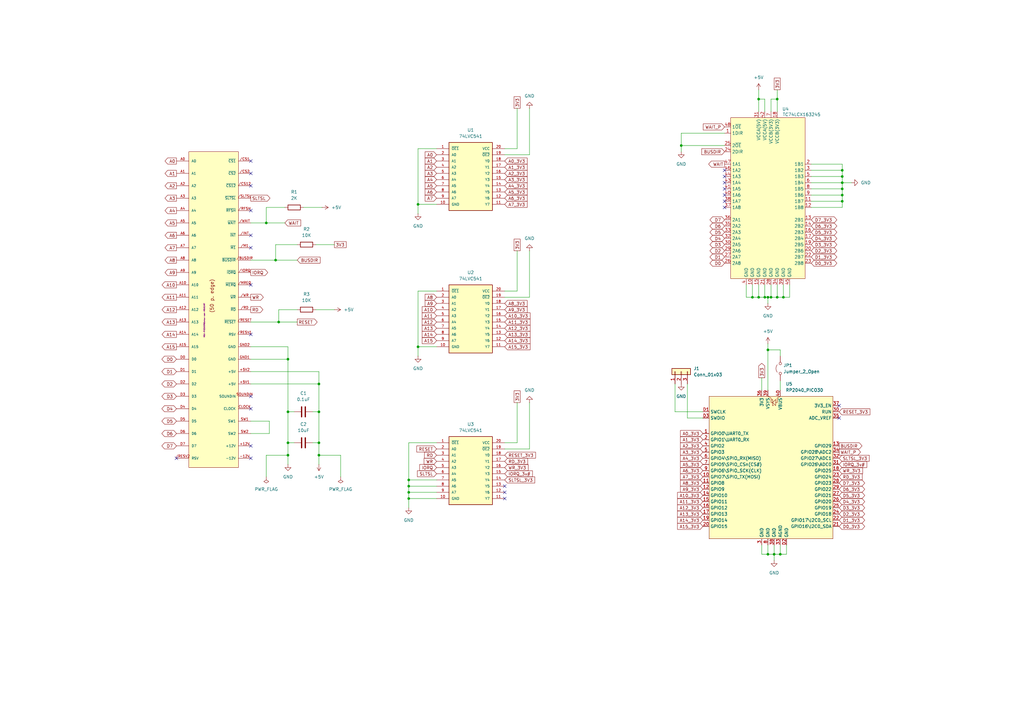
<source format=kicad_sch>
(kicad_sch (version 20231120) (generator "eeschema") (generator_version "8.0")
  (paper "A3")
  (title_block (title "MSX PicoVerse 2040") (date "2024-12-02") (rev "1.0") (company "The Retro Hacker") (comment 2 "Based on the OLIMEX RP2040-PICO30 board") (comment 3 "The MSX experience driven by the RaspBerry Pico") (comment 4 "MSX PicoVerse 2040"))
  (lib_symbols
    (symbol "74LVC541AD_112:74LVC541AD_112" (pin_names (offset 1.016))
      (property "Reference" "IC" (at 24.13 7.62 0))
      (property "Value" "74LVC541AD_112" (at 24.13 5.08 0))
      (symbol "74LVC541AD_112_0_0"
        (rectangle (start 5.08 2.54) (end 22.86 -25.4) (stroke (width 0.254)) (fill (type background)))
        (pin bidirectional line (at 27.94 -22.86 180) (length 5.08) (name "Y7") (number "11"))
        (pin bidirectional line (at 27.94 -20.32 180) (length 5.08) (name "Y6") (number "12"))
        (pin bidirectional line (at 27.94 -17.78 180) (length 5.08) (name "Y5") (number "13"))
        (pin bidirectional line (at 27.94 -15.24 180) (length 5.08) (name "Y4") (number "14"))
        (pin bidirectional line (at 27.94 -12.7 180) (length 5.08) (name "Y3") (number "15"))
        (pin bidirectional line (at 27.94 -10.16 180) (length 5.08) (name "Y2") (number "16"))
        (pin bidirectional line (at 27.94 -7.62 180) (length 5.08) (name "Y1") (number "17"))
        (pin bidirectional line (at 27.94 -5.08 180) (length 5.08) (name "Y0") (number "18"))
        (pin bidirectional line (at 0 -2.54 0) (length 5.08) (name "A0") (number "2"))
        (pin bidirectional line (at 0 -5.08 0) (length 5.08) (name "A1") (number "3"))
        (pin bidirectional line (at 0 -7.62 0) (length 5.08) (name "A2") (number "4"))
        (pin bidirectional line (at 0 -10.16 0) (length 5.08) (name "A3") (number "5"))
        (pin bidirectional line (at 0 -12.7 0) (length 5.08) (name "A4") (number "6"))
        (pin bidirectional line (at 0 -15.24 0) (length 5.08) (name "A5") (number "7"))
        (pin bidirectional line (at 0 -17.78 0) (length 5.08) (name "A6") (number "8"))
        (pin bidirectional line (at 0 -20.32 0) (length 5.08) (name "A7") (number "9"))
      )
      (symbol "74LVC541AD_112_1_0"
        (pin passive line (at 0 0 0) (length 5.08) (name "~{OE1}") (number "1"))
        (pin power_in line (at 0 -22.86 0) (length 5.08) (name "GND") (number "10"))
        (pin passive line (at 27.94 -2.54 180) (length 5.08) (name "~{OE2}") (number "19"))
        (pin power_in line (at 27.94 0 180) (length 5.08) (name "VCC") (number "20"))
      )
    )
    (symbol "Connector_Generic:Conn_01x03" (pin_names (offset 1.016) hide)
      (property "Reference" "J" (at 0 5.08 0))
      (property "Value" "Conn_01x03" (at 0 -5.08 0))
      (symbol "Conn_01x03_1_1"
        (rectangle (start -1.27 -2.413) (end 0 -2.667) (stroke (width 0.1524)))
        (rectangle (start -1.27 0.127) (end 0 -0.127) (stroke (width 0.1524)))
        (rectangle (start -1.27 2.667) (end 0 2.413) (stroke (width 0.1524)))
        (rectangle (start -1.27 3.81) (end 1.27 -3.81) (stroke (width 0.254)) (fill (type background)))
        (pin passive line (at -5.08 2.54 0) (length 3.81) (name "Pin_1") (number "1"))
        (pin passive line (at -5.08 0 0) (length 3.81) (name "Pin_2") (number "2"))
        (pin passive line (at -5.08 -2.54 0) (length 3.81) (name "Pin_3") (number "3"))
      )
    )
    (symbol "Device:C" (pin_numbers hide) (pin_names (offset 0.254))
      (property "Reference" "C" (at 0.635 2.54 0))
      (property "Value" "C" (at 0.635 -2.54 0))
      (symbol "C_0_1"
        (polyline (pts (xy -2.032 -0.762) (xy 2.032 -0.762)) (stroke (width 0.508)))
        (polyline (pts (xy -2.032 0.762) (xy 2.032 0.762)) (stroke (width 0.508)))
      )
      (symbol "C_1_1"
        (pin passive line (at 0 3.81 270) (length 2.794) (name "~") (number "1"))
        (pin passive line (at 0 -3.81 90) (length 2.794) (name "~") (number "2"))
      )
    )
    (symbol "Device:R" (pin_numbers hide) (pin_names (offset 0))
      (property "Reference" "R" (at 2.032 0 90))
      (property "Value" "R" (at 0 0 90))
      (symbol "R_0_1"
        (rectangle (start -1.016 -2.54) (end 1.016 2.54) (stroke (width 0.254)))
      )
      (symbol "R_1_1"
        (pin passive line (at 0 3.81 270) (length 1.27) (name "~") (number "1"))
        (pin passive line (at 0 -3.81 90) (length 1.27) (name "~") (number "2"))
      )
    )
    (symbol "Jumper:Jumper_2_Open" (pin_numbers hide) (pin_names (offset 0) hide) (exclude_from_sim yes)
      (property "Reference" "JP" (at 0 2.794 0))
      (property "Value" "Jumper_2_Open" (at 0 -2.286 0))
      (symbol "Jumper_2_Open_0_0"
        (circle (center -2.032 0) (radius 0.508))
        (circle (center 2.032 0) (radius 0.508))
      )
      (symbol "Jumper_2_Open_0_1"
        (arc (start 1.524 1.27) (mid 0 1.778) (end -1.524 1.27))
      )
      (symbol "Jumper_2_Open_1_1"
        (pin passive line (at -5.08 0 0) (length 2.54) (name "A") (number "1"))
        (pin passive line (at 5.08 0 180) (length 2.54) (name "B") (number "2"))
      )
    )
    (symbol "OLIMEX:RP2040-PICO30"
      (property "Reference" "U" (at 0 0 0))
      (symbol "RP2040-PICO30_0_1"
        (polyline (pts (xy -1.27 29.21) (xy 0 28.575) (xy 0 26.67) (xy 0.635 26.67)))
        (polyline (pts (xy 0.635 26.67) (xy 1.905 27.94) (xy 1.905 25.4) (xy 0.635 26.67)))
        (polyline (pts (xy 3.81 29.21) (xy 2.54 28.575) (xy 2.54 26.67) (xy 1.905 26.67)))
        (polyline (pts (xy 0.381 27.686) (xy 0.381 27.94) (xy 0.635 27.94) (xy 0.635 25.4) (xy 0.889 25.4) (xy 0.889 25.654)))
      )
      (symbol "RP2040-PICO30_1_1"
        (rectangle (start -25.4 29.21) (end 25.4 -29.21) (fill (type background)))
        (pin bidirectional line (at -27.94 13.97 0) (length 2.54) (name "GPIO0\\UART0_TX") (number "1"))
        (pin bidirectional line (at -27.94 -3.81 0) (length 2.54) (name "GPIO7\\SPIO_TX(MOSI)") (number "10"))
        (pin bidirectional line (at -27.94 -6.35 0) (length 2.54) (name "GPIO8") (number "11"))
        (pin bidirectional line (at -27.94 -8.89 0) (length 2.54) (name "GPIO9") (number "12"))
        (pin bidirectional line (at 27.94 8.89 180) (length 2.54) (name "GPIO29") (number "13"))
        (pin bidirectional line (at -27.94 -11.43 0) (length 2.54) (name "GPIO10") (number "14"))
        (pin bidirectional line (at -27.94 -13.97 0) (length 2.54) (name "GPIO11") (number "15"))
        (pin bidirectional line (at -27.94 -16.51 0) (length 2.54) (name "GPIO12") (number "16"))
        (pin bidirectional line (at -27.94 -19.05 0) (length 2.54) (name "GPIO13") (number "17"))
        (pin bidirectional line (at 27.94 -1.27 180) (length 2.54) (name "GPIO25") (number "18"))
        (pin bidirectional line (at -27.94 -21.59 0) (length 2.54) (name "GPIO14") (number "19"))
        (pin bidirectional line (at -27.94 11.43 0) (length 2.54) (name "GPIO1\\UART0_RX") (number "2"))
        (pin bidirectional line (at -27.94 -24.13 0) (length 2.54) (name "GPIO15") (number "20"))
        (pin bidirectional line (at 27.94 -24.13 180) (length 2.54) (name "GPIO16\\I2C0_SDA") (number "21"))
        (pin bidirectional line (at 27.94 -21.59 180) (length 2.54) (name "GPIO17\\I2C0_SCL") (number "22"))
        (pin bidirectional line (at 27.94 -3.81 180) (length 2.54) (name "GPIO24") (number "23"))
        (pin bidirectional line (at 27.94 -19.05 180) (length 2.54) (name "GPIO18") (number "24"))
        (pin bidirectional line (at 27.94 -16.51 180) (length 2.54) (name "GPIO19") (number "25"))
        (pin bidirectional line (at 27.94 -13.97 180) (length 2.54) (name "GPIO20") (number "26"))
        (pin bidirectional line (at 27.94 -11.43 180) (length 2.54) (name "GPIO21") (number "27"))
        (pin bidirectional line (at 27.94 -6.35 180) (length 2.54) (name "GPIO23") (number "28"))
        (pin bidirectional line (at 27.94 -8.89 180) (length 2.54) (name "GPIO22") (number "29"))
        (pin power_in line (at -3.81 -31.75 90) (length 2.54) (name "GND") (number "3"))
        (pin input line (at 27.94 22.86 180) (length 2.54) (name "RUN") (number "30"))
        (pin bidirectional line (at 27.94 1.27 180) (length 2.54) (name "GPIO26\\ADC0") (number "31"))
        (pin bidirectional line (at 27.94 3.81 180) (length 2.54) (name "GPIO27\\ADC1") (number "32"))
        (pin power_in line (at 3.81 -31.75 90) (length 2.54) (name "AGND") (number "33"))
        (pin bidirectional line (at 27.94 6.35 180) (length 2.54) (name "GPIO28\\ADC2") (number "34"))
        (pin power_in line (at 27.94 20.32 180) (length 2.54) (name "ADC_VREF") (number "35"))
        (pin power_out line (at -3.81 31.75 270) (length 2.54) (name "3V3") (number "36"))
        (pin input line (at 27.94 25.4 180) (length 2.54) (name "3V3_EN") (number "37"))
        (pin power_in line (at 1.27 -31.75 90) (length 2.54) (name "GND") (number "38"))
        (pin power_in line (at -1.27 31.75 270) (length 2.54) (name "VSYS") (number "39"))
        (pin bidirectional line (at -27.94 8.89 0) (length 2.54) (name "GPIO2") (number "4"))
        (pin power_out line (at 3.81 31.75 270) (length 2.54) (name "VBUS") (number "40"))
        (pin bidirectional line (at -27.94 6.35 0) (length 2.54) (name "GPIO3") (number "5"))
        (pin bidirectional line (at -27.94 3.81 0) (length 2.54) (name "GPIO4\\SPIO_RX(MISO)") (number "6"))
        (pin bidirectional line (at -27.94 1.27 0) (length 2.54) (name "GPIO5\\SPIO_CSn(CS#)") (number "7"))
        (pin power_in line (at -1.27 -31.75 90) (length 2.54) (name "GND") (number "8"))
        (pin bidirectional line (at -27.94 -1.27 0) (length 2.54) (name "GPIO6\\SPIO_SCK(CLK)") (number "9"))
        (pin input line (at -27.94 22.86 0) (length 2.54) (name "SWCLK") (number "D1"))
        (pin power_in line (at 6.35 -31.75 90) (length 2.54) (name "GND") (number "D2"))
        (pin bidirectional line (at -27.94 20.32 0) (length 2.54) (name "SWDIO") (number "D3"))
      )
    )
    (symbol "TC74LCX163245:TC74LCX163245"
      (property "Reference" "U" (at 0 2.54 0))
      (symbol "TC74LCX163245_1_1"
        (rectangle (start -15.24 33.02) (end 15.24 -33.02) (fill (type background)))
        (pin input line (at -17.78 26.67 0) (length 2.54) (name "1DIR") (number "1"))
        (pin power_in line (at -6.35 -35.56 90) (length 2.54) (name "GND") (number "10"))
        (pin input line (at 17.78 -1.27 180) (length 2.54) (name "1B7") (number "11"))
        (pin input line (at 17.78 -3.81 180) (length 2.54) (name "1B8") (number "12"))
        (pin input line (at 17.78 -8.89 180) (length 2.54) (name "2B1") (number "13"))
        (pin input line (at 17.78 -11.43 180) (length 2.54) (name "2B2") (number "14"))
        (pin power_in line (at -3.81 -35.56 90) (length 2.54) (name "GND") (number "15"))
        (pin input line (at 17.78 -13.97 180) (length 2.54) (name "2B3") (number "16"))
        (pin input line (at 17.78 -16.51 180) (length 2.54) (name "2B4") (number "17"))
        (pin power_in line (at 3.81 35.56 270) (length 2.54) (name "VCCB(3V3)") (number "18"))
        (pin input line (at 17.78 -19.05 180) (length 2.54) (name "2B5") (number "19"))
        (pin input line (at 17.78 13.97 180) (length 2.54) (name "1B1") (number "2"))
        (pin input line (at 17.78 -21.59 180) (length 2.54) (name "2B6") (number "20"))
        (pin power_in line (at -1.27 -35.56 90) (length 2.54) (name "GND") (number "21"))
        (pin input line (at 17.78 -24.13 180) (length 2.54) (name "2B7") (number "22"))
        (pin input line (at 17.78 -26.67 180) (length 2.54) (name "2B8") (number "23"))
        (pin input line (at -17.78 19.05 0) (length 2.54) (name "2DIR") (number "24"))
        (pin input line (at -17.78 21.59 0) (length 2.54) (name "2~{OE}") (number "25"))
        (pin input line (at -17.78 -26.67 0) (length 2.54) (name "2A8") (number "26"))
        (pin input line (at -17.78 -24.13 0) (length 2.54) (name "2A7") (number "27"))
        (pin power_in line (at 1.27 -35.56 90) (length 2.54) (name "GND") (number "28"))
        (pin input line (at -17.78 -21.59 0) (length 2.54) (name "2A6") (number "29"))
        (pin input line (at 17.78 11.43 180) (length 2.54) (name "1B2") (number "3"))
        (pin input line (at -17.78 -19.05 0) (length 2.54) (name "2A5") (number "30"))
        (pin power_in line (at -3.81 35.56 270) (length 2.54) (name "VCCA(5V)") (number "31"))
        (pin input line (at -17.78 -16.51 0) (length 2.54) (name "2A4") (number "32"))
        (pin input line (at -17.78 -13.97 0) (length 2.54) (name "2A3") (number "33"))
        (pin power_in line (at 3.81 -35.56 90) (length 2.54) (name "GND") (number "34"))
        (pin input line (at -17.78 -11.43 0) (length 2.54) (name "2A2") (number "35"))
        (pin input line (at -17.78 -8.89 0) (length 2.54) (name "2A1") (number "36"))
        (pin input line (at -17.78 -3.81 0) (length 2.54) (name "1A8") (number "37"))
        (pin input line (at -17.78 -1.27 0) (length 2.54) (name "1A7") (number "38"))
        (pin power_in line (at 6.35 -35.56 90) (length 2.54) (name "GND") (number "39"))
        (pin power_in line (at -8.89 -35.56 90) (length 2.54) (name "GND") (number "4"))
        (pin input line (at -17.78 1.27 0) (length 2.54) (name "1A6") (number "40"))
        (pin input line (at -17.78 3.81 0) (length 2.54) (name "1A5") (number "41"))
        (pin power_in line (at -1.27 35.56 270) (length 2.54) (name "VCCA(5V)") (number "42"))
        (pin input line (at -17.78 6.35 0) (length 2.54) (name "1A4") (number "43"))
        (pin input line (at -17.78 8.89 0) (length 2.54) (name "1A3") (number "44"))
        (pin power_in line (at 8.89 -35.56 90) (length 2.54) (name "GND") (number "45"))
        (pin input line (at -17.78 11.43 0) (length 2.54) (name "1A2") (number "46"))
        (pin input line (at -17.78 13.97 0) (length 2.54) (name "1A1") (number "47"))
        (pin input line (at -17.78 29.21 0) (length 2.54) (name "1~{OE}") (number "48"))
        (pin input line (at 17.78 8.89 180) (length 2.54) (name "1B3") (number "5"))
        (pin input line (at 17.78 6.35 180) (length 2.54) (name "1B4") (number "6"))
        (pin power_in line (at 1.27 35.56 270) (length 2.54) (name "VCCB(3V3)") (number "7"))
        (pin input line (at 17.78 3.81 180) (length 2.54) (name "1B5") (number "8"))
        (pin input line (at 17.78 1.27 180) (length 2.54) (name "1B6") (number "9"))
      )
    )
    (symbol "msx-con:MSX_CON" (pin_names (offset 1.016))
      (symbol "MSX_CON_1_0"
        (rectangle (start -59.69 10.16) (end 69.85 -10.16) (fill (type background)))
        (text "(50 p. edge)" (at 10.7442 0.7112 0) (effects (font (size 1.4224 1.4224))))
      )
      (symbol "MSX_CON_1_1"
        (pin power_out line (at -50.8 -15.24 90) (length 5.08) (name "+12V") (number "+12V"))
        (pin power_in line (at -25.4 -15.24 90) (length 5.08) (name "+5V") (number "+5V1"))
        (pin power_in line (at -20.32 -15.24 90) (length 5.08) (name "+5V") (number "+5V2"))
        (pin power_out line (at -55.88 -15.24 90) (length 5.08) (name "-12V") (number "-12V"))
        (pin input line (at 25.4 -15.24 90) (length 5.08) (name "~{BUSDIR}") (number "/BUSDIR"))
        (pin output line (at 66.04 -15.24 90) (length 5.08) (name "~{CS1}") (number "/CS1"))
        (pin output line (at 55.88 -15.24 90) (length 5.08) (name "~{CS12}") (number "/CS12"))
        (pin output line (at 60.96 -15.24 90) (length 5.08) (name "~{CS2}") (number "/CS2"))
        (pin input line (at 35.56 -15.24 90) (length 5.08) (name "~{INT}") (number "/INT"))
        (pin output line (at 20.32 -15.24 90) (length 5.08) (name "~{IORQ}") (number "/IORQ"))
        (pin output line (at 30.48 -15.24 90) (length 5.08) (name "~{M1}") (number "/M1"))
        (pin output line (at 15.24 -15.24 90) (length 5.08) (name "~{MERQ}") (number "/MREQ"))
        (pin output line (at 5.08 -15.24 90) (length 5.08) (name "~{RD}") (number "/RD"))
        (pin output line (at 0 -15.24 90) (length 5.08) (name "~{RESET}") (number "/RESET"))
        (pin unspecified line (at -5.08 -15.24 90) (length 5.08) (name "RSV") (number "/RESV1"))
        (pin unspecified line (at -55.88 15.24 270) (length 5.08) (name "RSV") (number "/RESV2"))
        (pin output line (at 45.72 -15.24 90) (length 5.08) (name "~{RFSH}") (number "/RFSH"))
        (pin output line (at 50.8 -15.24 90) (length 5.08) (name "~{SLTSL}") (number "/SLTSL"))
        (pin input line (at 40.64 -15.24 90) (length 5.08) (name "~{WAIT}") (number "/WAIT"))
        (pin output line (at 10.16 -15.24 90) (length 5.08) (name "~{WR}") (number "/WR"))
        (pin output line (at 66.04 15.24 270) (length 5.08) (name "A0") (number "A0"))
        (pin output line (at 60.96 15.24 270) (length 5.08) (name "A1") (number "A1"))
        (pin output line (at 15.24 15.24 270) (length 5.08) (name "A10") (number "A10"))
        (pin output line (at 10.16 15.24 270) (length 5.08) (name "A11") (number "A11"))
        (pin output line (at 5.08 15.24 270) (length 5.08) (name "A12") (number "A12"))
        (pin output line (at 0 15.24 270) (length 5.08) (name "A13") (number "A13"))
        (pin output line (at -5.08 15.24 270) (length 5.08) (name "A14") (number "A14"))
        (pin output line (at -10.16 15.24 270) (length 5.08) (name "A15") (number "A15"))
        (pin output line (at 55.88 15.24 270) (length 5.08) (name "A2") (number "A2"))
        (pin output line (at 50.8 15.24 270) (length 5.08) (name "A3") (number "A3"))
        (pin output line (at 45.72 15.24 270) (length 5.08) (name "A4") (number "A4"))
        (pin output line (at 40.64 15.24 270) (length 5.08) (name "A5") (number "A5"))
        (pin output line (at 35.56 15.24 270) (length 5.08) (name "A6") (number "A6"))
        (pin output line (at 30.48 15.24 270) (length 5.08) (name "A7") (number "A7"))
        (pin output line (at 25.4 15.24 270) (length 5.08) (name "A8") (number "A8"))
        (pin output line (at 20.32 15.24 270) (length 5.08) (name "A9") (number "A9"))
        (pin output line (at -35.56 -15.24 90) (length 5.08) (name "CLOCK") (number "CLOCK"))
        (pin bidirectional line (at -15.24 15.24 270) (length 5.08) (name "D0") (number "D0"))
        (pin bidirectional line (at -20.32 15.24 270) (length 5.08) (name "D1") (number "D1"))
        (pin bidirectional line (at -25.4 15.24 270) (length 5.08) (name "D2") (number "D2"))
        (pin bidirectional line (at -30.48 15.24 270) (length 5.08) (name "D3") (number "D3"))
        (pin bidirectional line (at -35.56 15.24 270) (length 5.08) (name "D4") (number "D4"))
        (pin bidirectional line (at -40.64 15.24 270) (length 5.08) (name "D5") (number "D5"))
        (pin bidirectional line (at -45.72 15.24 270) (length 5.08) (name "D6") (number "D6"))
        (pin bidirectional line (at -50.8 15.24 270) (length 5.08) (name "D7") (number "D7"))
        (pin power_in line (at -15.24 -15.24 90) (length 5.08) (name "GND") (number "GND1"))
        (pin power_in line (at -10.16 -15.24 90) (length 5.08) (name "GND") (number "GND2"))
        (pin input line (at -30.48 -15.24 90) (length 5.08) (name "SOUNDIN") (number "SOUNDIN"))
        (pin passive line (at -40.64 -15.24 90) (length 5.08) (name "SW1") (number "SW1"))
        (pin passive line (at -45.72 -15.24 90) (length 5.08) (name "SW2") (number "SW2"))
      )
    )
    (symbol "power:+5V" (power) (pin_numbers hide) (pin_names (offset 0) hide)
      (property "Value" "+5V" (at 0 3.556 0))
      (symbol "+5V_0_1"
        (polyline (pts (xy -0.762 1.27) (xy 0 2.54)))
        (polyline (pts (xy 0 0) (xy 0 2.54)))
        (polyline (pts (xy 0 2.54) (xy 0.762 1.27)))
      )
      (symbol "+5V_1_1"
        (pin power_in line (at 0 0 90) (length 0) (name "~") (number "1"))
      )
    )
    (symbol "power:GND" (power) (pin_numbers hide) (pin_names (offset 0) hide)
      (property "Value" "GND" (at 0 -3.81 0))
      (symbol "GND_0_1"
        (polyline (pts (xy 0 0) (xy 0 -1.27) (xy 1.27 -1.27) (xy 0 -2.54) (xy -1.27 -1.27) (xy 0 -1.27)))
      )
      (symbol "GND_1_1"
        (pin power_in line (at 0 0 270) (length 0) (name "~") (number "1"))
      )
    )
    (symbol "power:PWR_FLAG" (power) (pin_numbers hide) (pin_names (offset 0) hide)
      (property "Value" "PWR_FLAG" (at 0 3.81 0))
      (symbol "PWR_FLAG_0_0"
        (pin power_out line (at 0 0 90) (length 0) (name "~") (number "1"))
      )
      (symbol "PWR_FLAG_0_1"
        (polyline (pts (xy 0 0) (xy 0 1.27) (xy -1.016 1.905) (xy 0 2.54) (xy 1.016 1.905) (xy 0 1.27)))
      )
    )
  )
  (junction (at 171.45 83.82))
  (junction (at 318.77 121.92))
  (junction (at 118.11 181.61))
  (junction (at 345.44 80.01))
  (junction (at 345.44 77.47))
  (junction (at 171.45 142.24))
  (junction (at 118.11 147.32))
  (junction (at 314.96 121.92))
  (junction (at 345.44 72.39))
  (junction (at 167.64 204.47))
  (junction (at 167.64 196.85))
  (junction (at 313.69 121.92))
  (junction (at 314.96 227.33))
  (junction (at 118.11 168.91))
  (junction (at 167.64 201.93))
  (junction (at 308.61 121.92))
  (junction (at 279.4 59.69))
  (junction (at 130.81 157.48))
  (junction (at 317.5 227.33))
  (junction (at 320.04 227.33))
  (junction (at 311.15 121.92))
  (junction (at 130.81 181.61))
  (junction (at 130.81 186.69))
  (junction (at 321.31 121.92))
  (junction (at 345.44 69.85))
  (junction (at 318.77 40.64))
  (junction (at 113.03 106.68))
  (junction (at 130.81 168.91))
  (junction (at 118.11 186.69))
  (junction (at 109.22 91.44))
  (junction (at 345.44 82.55))
  (junction (at 314.96 143.51))
  (junction (at 114.3 132.08))
  (junction (at 311.15 40.64))
  (junction (at 316.23 121.92))
  (junction (at 167.64 199.39))
  (junction (at 345.44 74.93))
  (no_connect (at 102.87 137.16))
  (no_connect (at 344.17 171.45))
  (no_connect (at 72.39 187.96))
  (no_connect (at 102.87 167.64))
  (no_connect (at 297.18 74.93))
  (no_connect (at 102.87 66.04))
  (no_connect (at 297.18 80.01))
  (no_connect (at 207.01 204.47))
  (no_connect (at 102.87 96.52))
  (no_connect (at 297.18 77.47))
  (no_connect (at 297.18 69.85))
  (no_connect (at 102.87 71.12))
  (no_connect (at 297.18 72.39))
  (no_connect (at 207.01 199.39))
  (no_connect (at 102.87 116.84))
  (no_connect (at 102.87 162.56))
  (no_connect (at 102.87 101.6))
  (no_connect (at 297.18 82.55))
  (no_connect (at 344.17 166.37))
  (no_connect (at 297.18 85.09))
  (no_connect (at 102.87 187.96))
  (no_connect (at 102.87 86.36))
  (no_connect (at 102.87 76.2))
  (no_connect (at 102.87 182.88))
  (no_connect (at 207.01 201.93))
  (wire (pts (xy 323.85 116.84) (xy 323.85 121.92)))
  (wire (pts (xy 207.01 119.38) (xy 212.09 119.38)))
  (wire (pts (xy 212.09 119.38) (xy 212.09 102.87)))
  (wire (pts (xy 171.45 60.96) (xy 179.07 60.96)))
  (wire (pts (xy 130.81 181.61) (xy 130.81 186.69)))
  (wire (pts (xy 321.31 121.92) (xy 318.77 121.92)))
  (wire (pts (xy 118.11 142.24) (xy 118.11 147.32)))
  (wire (pts (xy 314.96 143.51) (xy 314.96 160.02)))
  (wire (pts (xy 102.87 152.4) (xy 130.81 152.4)))
  (wire (pts (xy 171.45 119.38) (xy 179.07 119.38)))
  (wire (pts (xy 320.04 227.33) (xy 317.5 227.33)))
  (wire (pts (xy 116.84 85.09) (xy 109.22 85.09)))
  (wire (pts (xy 167.64 201.93) (xy 179.07 201.93)))
  (wire (pts (xy 320.04 223.52) (xy 320.04 227.33)))
  (wire (pts (xy 345.44 69.85) (xy 345.44 72.39)))
  (wire (pts (xy 314.96 121.92) (xy 313.69 121.92)))
  (wire (pts (xy 171.45 119.38) (xy 171.45 142.24)))
  (wire (pts (xy 207.01 121.92) (xy 217.17 121.92)))
  (wire (pts (xy 345.44 67.31) (xy 345.44 69.85)))
  (wire (pts (xy 114.3 132.08) (xy 121.92 132.08)))
  (wire (pts (xy 217.17 121.92) (xy 217.17 102.87)))
  (wire (pts (xy 167.64 181.61) (xy 179.07 181.61)))
  (wire (pts (xy 332.74 74.93) (xy 345.44 74.93)))
  (wire (pts (xy 113.03 106.68) (xy 121.92 106.68)))
  (wire (pts (xy 129.54 127) (xy 137.16 127)))
  (wire (pts (xy 121.92 127) (xy 114.3 127)))
  (wire (pts (xy 121.92 100.33) (xy 113.03 100.33)))
  (wire (pts (xy 279.4 59.69) (xy 297.18 59.69)))
  (wire (pts (xy 308.61 121.92) (xy 306.07 121.92)))
  (wire (pts (xy 313.69 116.84) (xy 313.69 121.92)))
  (wire (pts (xy 345.44 82.55) (xy 345.44 80.01)))
  (wire (pts (xy 288.29 168.91) (xy 276.86 168.91)))
  (wire (pts (xy 332.74 67.31) (xy 345.44 67.31)))
  (wire (pts (xy 345.44 77.47) (xy 345.44 74.93)))
  (wire (pts (xy 322.58 227.33) (xy 320.04 227.33)))
  (wire (pts (xy 316.23 121.92) (xy 314.96 121.92)))
  (wire (pts (xy 345.44 80.01) (xy 345.44 77.47)))
  (wire (pts (xy 179.07 142.24) (xy 171.45 142.24)))
  (wire (pts (xy 306.07 116.84) (xy 306.07 121.92)))
  (wire (pts (xy 332.74 82.55) (xy 345.44 82.55)))
  (wire (pts (xy 314.96 140.97) (xy 314.96 143.51)))
  (wire (pts (xy 212.09 181.61) (xy 212.09 165.1)))
  (wire (pts (xy 102.87 142.24) (xy 118.11 142.24)))
  (wire (pts (xy 207.01 181.61) (xy 212.09 181.61)))
  (wire (pts (xy 171.45 146.05) (xy 171.45 142.24)))
  (wire (pts (xy 314.96 223.52) (xy 314.96 227.33)))
  (wire (pts (xy 276.86 168.91) (xy 276.86 157.48)))
  (wire (pts (xy 118.11 147.32) (xy 118.11 168.91)))
  (wire (pts (xy 279.4 59.69) (xy 279.4 62.23)))
  (wire (pts (xy 323.85 121.92) (xy 321.31 121.92)))
  (wire (pts (xy 139.7 186.69) (xy 130.81 186.69)))
  (wire (pts (xy 312.42 227.33) (xy 314.96 227.33)))
  (wire (pts (xy 110.49 177.8) (xy 102.87 177.8)))
  (wire (pts (xy 167.64 196.85) (xy 179.07 196.85)))
  (wire (pts (xy 322.58 223.52) (xy 322.58 227.33)))
  (wire (pts (xy 102.87 147.32) (xy 118.11 147.32)))
  (wire (pts (xy 281.94 171.45) (xy 288.29 171.45)))
  (wire (pts (xy 207.01 63.5) (xy 217.17 63.5)))
  (wire (pts (xy 130.81 168.91) (xy 130.81 181.61)))
  (wire (pts (xy 318.77 36.83) (xy 318.77 40.64)))
  (wire (pts (xy 167.64 196.85) (xy 167.64 199.39)))
  (wire (pts (xy 102.87 172.72) (xy 110.49 172.72)))
  (wire (pts (xy 167.64 204.47) (xy 179.07 204.47)))
  (wire (pts (xy 207.01 184.15) (xy 217.17 184.15)))
  (wire (pts (xy 281.94 157.48) (xy 281.94 171.45)))
  (wire (pts (xy 118.11 168.91) (xy 118.11 181.61)))
  (wire (pts (xy 297.18 54.61) (xy 279.4 54.61)))
  (wire (pts (xy 130.81 186.69) (xy 130.81 190.5)))
  (wire (pts (xy 128.27 181.61) (xy 130.81 181.61)))
  (wire (pts (xy 311.15 116.84) (xy 311.15 121.92)))
  (wire (pts (xy 113.03 100.33) (xy 113.03 106.68)))
  (wire (pts (xy 167.64 208.28) (xy 167.64 204.47)))
  (wire (pts (xy 124.46 85.09) (xy 132.08 85.09)))
  (wire (pts (xy 316.23 116.84) (xy 316.23 121.92)))
  (wire (pts (xy 313.69 121.92) (xy 311.15 121.92)))
  (wire (pts (xy 311.15 121.92) (xy 308.61 121.92)))
  (wire (pts (xy 130.81 157.48) (xy 130.81 168.91)))
  (wire (pts (xy 345.44 74.93) (xy 349.25 74.93)))
  (wire (pts (xy 312.42 154.94) (xy 312.42 160.02)))
  (wire (pts (xy 109.22 85.09) (xy 109.22 91.44)))
  (wire (pts (xy 102.87 91.44) (xy 109.22 91.44)))
  (wire (pts (xy 317.5 227.33) (xy 317.5 229.87)))
  (wire (pts (xy 129.54 100.33) (xy 137.16 100.33)))
  (wire (pts (xy 114.3 127) (xy 114.3 132.08)))
  (wire (pts (xy 102.87 132.08) (xy 114.3 132.08)))
  (wire (pts (xy 109.22 91.44) (xy 116.84 91.44)))
  (wire (pts (xy 332.74 69.85) (xy 345.44 69.85)))
  (wire (pts (xy 109.22 186.69) (xy 118.11 186.69)))
  (wire (pts (xy 118.11 186.69) (xy 118.11 190.5)))
  (wire (pts (xy 313.69 40.64) (xy 311.15 40.64)))
  (wire (pts (xy 314.96 121.92) (xy 314.96 124.46)))
  (wire (pts (xy 316.23 45.72) (xy 316.23 40.64)))
  (wire (pts (xy 345.44 72.39) (xy 345.44 74.93)))
  (wire (pts (xy 130.81 152.4) (xy 130.81 157.48)))
  (wire (pts (xy 279.4 54.61) (xy 279.4 59.69)))
  (wire (pts (xy 314.96 227.33) (xy 317.5 227.33)))
  (wire (pts (xy 139.7 195.58) (xy 139.7 186.69)))
  (wire (pts (xy 102.87 157.48) (xy 130.81 157.48)))
  (wire (pts (xy 320.04 146.05) (xy 320.04 143.51)))
  (wire (pts (xy 212.09 60.96) (xy 212.09 44.45)))
  (wire (pts (xy 311.15 36.83) (xy 311.15 40.64)))
  (wire (pts (xy 318.77 116.84) (xy 318.77 121.92)))
  (wire (pts (xy 317.5 223.52) (xy 317.5 227.33)))
  (wire (pts (xy 308.61 116.84) (xy 308.61 121.92)))
  (wire (pts (xy 118.11 168.91) (xy 120.65 168.91)))
  (wire (pts (xy 332.74 77.47) (xy 345.44 77.47)))
  (wire (pts (xy 179.07 83.82) (xy 171.45 83.82)))
  (wire (pts (xy 167.64 201.93) (xy 167.64 204.47)))
  (wire (pts (xy 171.45 60.96) (xy 171.45 83.82)))
  (wire (pts (xy 109.22 195.58) (xy 109.22 186.69)))
  (wire (pts (xy 167.64 199.39) (xy 179.07 199.39)))
  (wire (pts (xy 217.17 184.15) (xy 217.17 165.1)))
  (wire (pts (xy 311.15 40.64) (xy 311.15 45.72)))
  (wire (pts (xy 332.74 85.09) (xy 345.44 85.09)))
  (wire (pts (xy 217.17 63.5) (xy 217.17 44.45)))
  (wire (pts (xy 318.77 121.92) (xy 316.23 121.92)))
  (wire (pts (xy 332.74 80.01) (xy 345.44 80.01)))
  (wire (pts (xy 345.44 85.09) (xy 345.44 82.55)))
  (wire (pts (xy 332.74 72.39) (xy 345.44 72.39)))
  (wire (pts (xy 321.31 116.84) (xy 321.31 121.92)))
  (wire (pts (xy 171.45 87.63) (xy 171.45 83.82)))
  (wire (pts (xy 320.04 143.51) (xy 314.96 143.51)))
  (wire (pts (xy 110.49 172.72) (xy 110.49 177.8)))
  (wire (pts (xy 318.77 40.64) (xy 318.77 45.72)))
  (wire (pts (xy 118.11 181.61) (xy 120.65 181.61)))
  (wire (pts (xy 320.04 156.21) (xy 320.04 160.02)))
  (wire (pts (xy 118.11 181.61) (xy 118.11 186.69)))
  (wire (pts (xy 167.64 199.39) (xy 167.64 201.93)))
  (wire (pts (xy 316.23 40.64) (xy 318.77 40.64)))
  (wire (pts (xy 102.87 106.68) (xy 113.03 106.68)))
  (wire (pts (xy 313.69 45.72) (xy 313.69 40.64)))
  (wire (pts (xy 128.27 168.91) (xy 130.81 168.91)))
  (wire (pts (xy 167.64 181.61) (xy 167.64 196.85)))
  (wire (pts (xy 207.01 60.96) (xy 212.09 60.96)))
  (wire (pts (xy 312.42 223.52) (xy 312.42 227.33)))
  (global_label "A9_3V3" (shape input) (at 288.29 200.66 180) (property "Intersheetrefs" "${INTERSHEET_REFS}" (effects (hide yes))))
  (global_label "A1" (shape output) (at 72.39 71.12 180) (property "Intersheetrefs" "${INTERSHEET_REFS}" (effects (hide yes))))
  (global_label "WR" (shape input) (at 179.07 189.23 180) (property "Intersheetrefs" "${INTERSHEET_REFS}" (effects (hide yes))))
  (global_label "D2" (shape bidirectional) (at 72.39 157.48 180) (property "Intersheetrefs" "${INTERSHEET_REFS}" (effects (hide yes))))
  (global_label "D3" (shape bidirectional) (at 72.39 162.56 180) (property "Intersheetrefs" "${INTERSHEET_REFS}" (effects (hide yes))))
  (global_label "WAIT" (shape input) (at 116.84 91.44 0) (property "Intersheetrefs" "${INTERSHEET_REFS}" (effects (hide yes))))
  (global_label "A13_3V3" (shape input) (at 207.01 137.16 0) (property "Intersheetrefs" "${INTERSHEET_REFS}" (effects (hide yes))))
  (global_label "RESET" (shape input) (at 179.07 184.15 180) (property "Intersheetrefs" "${INTERSHEET_REFS}" (effects (hide yes))))
  (global_label "A15" (shape output) (at 72.39 142.24 180) (property "Intersheetrefs" "${INTERSHEET_REFS}" (effects (hide yes))))
  (global_label "D0_3V3" (shape bidirectional) (at 332.74 107.95 0) (property "Intersheetrefs" "${INTERSHEET_REFS}" (effects (hide yes))))
  (global_label "A10" (shape input) (at 179.07 127 180) (property "Intersheetrefs" "${INTERSHEET_REFS}" (effects (hide yes))))
  (global_label "D0_3V3" (shape bidirectional) (at 344.17 215.9 0) (property "Intersheetrefs" "${INTERSHEET_REFS}" (effects (hide yes))))
  (global_label "A8" (shape input) (at 179.07 121.92 180) (property "Intersheetrefs" "${INTERSHEET_REFS}" (effects (hide yes))))
  (global_label "A11_3V3" (shape input) (at 207.01 132.08 0) (property "Intersheetrefs" "${INTERSHEET_REFS}" (effects (hide yes))))
  (global_label "A6_3V3" (shape input) (at 288.29 193.04 180) (property "Intersheetrefs" "${INTERSHEET_REFS}" (effects (hide yes))))
  (global_label "A2_3V3" (shape input) (at 207.01 71.12 0) (property "Intersheetrefs" "${INTERSHEET_REFS}" (effects (hide yes))))
  (global_label "A6" (shape output) (at 72.39 96.52 180) (property "Intersheetrefs" "${INTERSHEET_REFS}" (effects (hide yes))))
  (global_label "A7" (shape output) (at 72.39 101.6 180) (property "Intersheetrefs" "${INTERSHEET_REFS}" (effects (hide yes))))
  (global_label "3V3" (shape passive) (at 137.16 100.33 0) (property "Intersheetrefs" "${INTERSHEET_REFS}" (effects (hide yes))))
  (global_label "3V3" (shape passive) (at 212.09 102.87 90) (property "Intersheetrefs" "${INTERSHEET_REFS}" (effects (hide yes))))
  (global_label "A13" (shape input) (at 179.07 134.62 180) (property "Intersheetrefs" "${INTERSHEET_REFS}" (effects (hide yes))))
  (global_label "A13" (shape output) (at 72.39 132.08 180) (property "Intersheetrefs" "${INTERSHEET_REFS}" (effects (hide yes))))
  (global_label "D6_3V3" (shape bidirectional) (at 344.17 200.66 0) (property "Intersheetrefs" "${INTERSHEET_REFS}" (effects (hide yes))))
  (global_label "A2" (shape input) (at 179.07 68.58 180) (property "Intersheetrefs" "${INTERSHEET_REFS}" (effects (hide yes))))
  (global_label "3V3" (shape passive) (at 212.09 44.45 90) (property "Intersheetrefs" "${INTERSHEET_REFS}" (effects (hide yes))))
  (global_label "A14" (shape input) (at 179.07 137.16 180) (property "Intersheetrefs" "${INTERSHEET_REFS}" (effects (hide yes))))
  (global_label "D1_3V3" (shape bidirectional) (at 344.17 213.36 0) (property "Intersheetrefs" "${INTERSHEET_REFS}" (effects (hide yes))))
  (global_label "D5_3V3" (shape bidirectional) (at 344.17 203.2 0) (property "Intersheetrefs" "${INTERSHEET_REFS}" (effects (hide yes))))
  (global_label "WAIT_P" (shape output) (at 344.17 185.42 0) (property "Intersheetrefs" "${INTERSHEET_REFS}" (effects (hide yes))))
  (global_label "RESET" (shape output) (at 121.92 132.08 0) (property "Intersheetrefs" "${INTERSHEET_REFS}" (effects (hide yes))))
  (global_label "A9_3V3" (shape input) (at 207.01 127 0) (property "Intersheetrefs" "${INTERSHEET_REFS}" (effects (hide yes))))
  (global_label "WAIT" (shape output) (at 297.18 67.31 180) (property "Intersheetrefs" "${INTERSHEET_REFS}" (effects (hide yes))))
  (global_label "D2" (shape bidirectional) (at 297.18 102.87 180) (property "Intersheetrefs" "${INTERSHEET_REFS}" (effects (hide yes))))
  (global_label "IORQ" (shape input) (at 179.07 191.77 180) (property "Intersheetrefs" "${INTERSHEET_REFS}" (effects (hide yes))))
  (global_label "D5" (shape bidirectional) (at 297.18 95.25 180) (property "Intersheetrefs" "${INTERSHEET_REFS}" (effects (hide yes))))
  (global_label "A5" (shape output) (at 72.39 91.44 180) (property "Intersheetrefs" "${INTERSHEET_REFS}" (effects (hide yes))))
  (global_label "A10_3V3" (shape input) (at 288.29 203.2 180) (property "Intersheetrefs" "${INTERSHEET_REFS}" (effects (hide yes))))
  (global_label "WR" (shape output) (at 102.87 121.92 0) (property "Intersheetrefs" "${INTERSHEET_REFS}" (effects (hide yes))))
  (global_label "BUSDIR" (shape output) (at 344.17 182.88 0) (property "Intersheetrefs" "${INTERSHEET_REFS}" (effects (hide yes))))
  (global_label "RD_3V3" (shape input) (at 207.01 189.23 0) (property "Intersheetrefs" "${INTERSHEET_REFS}" (effects (hide yes))))
  (global_label "IORQ_3v#" (shape input) (at 344.17 190.5 0) (property "Intersheetrefs" "${INTERSHEET_REFS}" (effects (hide yes))))
  (global_label "SLTSL" (shape output) (at 102.87 81.28 0) (property "Intersheetrefs" "${INTERSHEET_REFS}" (effects (hide yes))))
  (global_label "A15" (shape input) (at 179.07 139.7 180) (property "Intersheetrefs" "${INTERSHEET_REFS}" (effects (hide yes))))
  (global_label "SLTSL" (shape input) (at 179.07 194.31 180) (property "Intersheetrefs" "${INTERSHEET_REFS}" (effects (hide yes))))
  (global_label "A3" (shape output) (at 72.39 81.28 180) (property "Intersheetrefs" "${INTERSHEET_REFS}" (effects (hide yes))))
  (global_label "BUSDIR" (shape input) (at 121.92 106.68 0) (property "Intersheetrefs" "${INTERSHEET_REFS}" (effects (hide yes))))
  (global_label "WR_3V3" (shape input) (at 344.17 193.04 0) (property "Intersheetrefs" "${INTERSHEET_REFS}" (effects (hide yes))))
  (global_label "A5" (shape input) (at 179.07 76.2 180) (property "Intersheetrefs" "${INTERSHEET_REFS}" (effects (hide yes))))
  (global_label "D0" (shape bidirectional) (at 72.39 147.32 180) (property "Intersheetrefs" "${INTERSHEET_REFS}" (effects (hide yes))))
  (global_label "A11_3V3" (shape input) (at 288.29 205.74 180) (property "Intersheetrefs" "${INTERSHEET_REFS}" (effects (hide yes))))
  (global_label "RD_3V3" (shape input) (at 344.17 195.58 0) (property "Intersheetrefs" "${INTERSHEET_REFS}" (effects (hide yes))))
  (global_label "A7" (shape input) (at 179.07 81.28 180) (property "Intersheetrefs" "${INTERSHEET_REFS}" (effects (hide yes))))
  (global_label "IORQ" (shape output) (at 102.87 111.76 0) (property "Intersheetrefs" "${INTERSHEET_REFS}" (effects (hide yes))))
  (global_label "D7" (shape bidirectional) (at 297.18 90.17 180) (property "Intersheetrefs" "${INTERSHEET_REFS}" (effects (hide yes))))
  (global_label "A5_3V3" (shape input) (at 207.01 78.74 0) (property "Intersheetrefs" "${INTERSHEET_REFS}" (effects (hide yes))))
  (global_label "A14_3V3" (shape input) (at 207.01 139.7 0) (property "Intersheetrefs" "${INTERSHEET_REFS}" (effects (hide yes))))
  (global_label "A0" (shape output) (at 72.39 66.04 180) (property "Intersheetrefs" "${INTERSHEET_REFS}" (effects (hide yes))))
  (global_label "A11" (shape input) (at 179.07 129.54 180) (property "Intersheetrefs" "${INTERSHEET_REFS}" (effects (hide yes))))
  (global_label "D4_3V3" (shape bidirectional) (at 344.17 205.74 0) (property "Intersheetrefs" "${INTERSHEET_REFS}" (effects (hide yes))))
  (global_label "A8" (shape output) (at 72.39 106.68 180) (property "Intersheetrefs" "${INTERSHEET_REFS}" (effects (hide yes))))
  (global_label "A0_3V3" (shape input) (at 207.01 66.04 0) (property "Intersheetrefs" "${INTERSHEET_REFS}" (effects (hide yes))))
  (global_label "SLTSL_3V3" (shape input) (at 207.01 196.85 0) (property "Intersheetrefs" "${INTERSHEET_REFS}" (effects (hide yes))))
  (global_label "IORQ_3v#" (shape input) (at 207.01 194.31 0) (property "Intersheetrefs" "${INTERSHEET_REFS}" (effects (hide yes))))
  (global_label "RESET_3V3" (shape input) (at 207.01 186.69 0) (property "Intersheetrefs" "${INTERSHEET_REFS}" (effects (hide yes))))
  (global_label "A4" (shape input) (at 179.07 73.66 180) (property "Intersheetrefs" "${INTERSHEET_REFS}" (effects (hide yes))))
  (global_label "3V3" (shape passive) (at 212.09 165.1 90) (property "Intersheetrefs" "${INTERSHEET_REFS}" (effects (hide yes))))
  (global_label "D4" (shape bidirectional) (at 297.18 97.79 180) (property "Intersheetrefs" "${INTERSHEET_REFS}" (effects (hide yes))))
  (global_label "RD" (shape output) (at 102.87 127 0) (property "Intersheetrefs" "${INTERSHEET_REFS}" (effects (hide yes))))
  (global_label "A14_3V3" (shape input) (at 288.29 213.36 180) (property "Intersheetrefs" "${INTERSHEET_REFS}" (effects (hide yes))))
  (global_label "D3" (shape bidirectional) (at 297.18 100.33 180) (property "Intersheetrefs" "${INTERSHEET_REFS}" (effects (hide yes))))
  (global_label "D1_3V3" (shape bidirectional) (at 332.74 105.41 0) (property "Intersheetrefs" "${INTERSHEET_REFS}" (effects (hide yes))))
  (global_label "A8_3V3" (shape input) (at 207.01 124.46 0) (property "Intersheetrefs" "${INTERSHEET_REFS}" (effects (hide yes))))
  (global_label "D4" (shape bidirectional) (at 72.39 167.64 180) (property "Intersheetrefs" "${INTERSHEET_REFS}" (effects (hide yes))))
  (global_label "WAIT_P" (shape input) (at 297.18 52.07 180) (property "Intersheetrefs" "${INTERSHEET_REFS}" (effects (hide yes))))
  (global_label "A7_3V3" (shape input) (at 288.29 195.58 180) (property "Intersheetrefs" "${INTERSHEET_REFS}" (effects (hide yes))))
  (global_label "A9" (shape input) (at 179.07 124.46 180) (property "Intersheetrefs" "${INTERSHEET_REFS}" (effects (hide yes))))
  (global_label "D7_3V3" (shape bidirectional) (at 344.17 198.12 0) (property "Intersheetrefs" "${INTERSHEET_REFS}" (effects (hide yes))))
  (global_label "A15_3V3" (shape input) (at 288.29 215.9 180) (property "Intersheetrefs" "${INTERSHEET_REFS}" (effects (hide yes))))
  (global_label "A12_3V3" (shape input) (at 288.29 208.28 180) (property "Intersheetrefs" "${INTERSHEET_REFS}" (effects (hide yes))))
  (global_label "A11" (shape output) (at 72.39 121.92 180) (property "Intersheetrefs" "${INTERSHEET_REFS}" (effects (hide yes))))
  (global_label "A0_3V3" (shape input) (at 288.29 177.8 180) (property "Intersheetrefs" "${INTERSHEET_REFS}" (effects (hide yes))))
  (global_label "A4" (shape output) (at 72.39 86.36 180) (property "Intersheetrefs" "${INTERSHEET_REFS}" (effects (hide yes))))
  (global_label "RD" (shape input) (at 179.07 186.69 180) (property "Intersheetrefs" "${INTERSHEET_REFS}" (effects (hide yes))))
  (global_label "A2_3V3" (shape input) (at 288.29 182.88 180) (property "Intersheetrefs" "${INTERSHEET_REFS}" (effects (hide yes))))
  (global_label "A1" (shape input) (at 179.07 66.04 180) (property "Intersheetrefs" "${INTERSHEET_REFS}" (effects (hide yes))))
  (global_label "A12" (shape output) (at 72.39 127 180) (property "Intersheetrefs" "${INTERSHEET_REFS}" (effects (hide yes))))
  (global_label "A12_3V3" (shape input) (at 207.01 134.62 0) (property "Intersheetrefs" "${INTERSHEET_REFS}" (effects (hide yes))))
  (global_label "A1_3V3" (shape input) (at 207.01 68.58 0) (property "Intersheetrefs" "${INTERSHEET_REFS}" (effects (hide yes))))
  (global_label "D1" (shape bidirectional) (at 72.39 152.4 180) (property "Intersheetrefs" "${INTERSHEET_REFS}" (effects (hide yes))))
  (global_label "A0" (shape input) (at 179.07 63.5 180) (property "Intersheetrefs" "${INTERSHEET_REFS}" (effects (hide yes))))
  (global_label "3V3" (shape output) (at 312.42 154.94 90) (property "Intersheetrefs" "${INTERSHEET_REFS}" (effects (hide yes))))
  (global_label "D3_3V3" (shape bidirectional) (at 332.74 100.33 0) (property "Intersheetrefs" "${INTERSHEET_REFS}" (effects (hide yes))))
  (global_label "A5_3V3" (shape input) (at 288.29 190.5 180) (property "Intersheetrefs" "${INTERSHEET_REFS}" (effects (hide yes))))
  (global_label "A1_3V3" (shape input) (at 288.29 180.34 180) (property "Intersheetrefs" "${INTERSHEET_REFS}" (effects (hide yes))))
  (global_label "D5_3V3" (shape bidirectional) (at 332.74 95.25 0) (property "Intersheetrefs" "${INTERSHEET_REFS}" (effects (hide yes))))
  (global_label "SLTSL_3V3" (shape input) (at 344.17 187.96 0) (property "Intersheetrefs" "${INTERSHEET_REFS}" (effects (hide yes))))
  (global_label "A2" (shape output) (at 72.39 76.2 180) (property "Intersheetrefs" "${INTERSHEET_REFS}" (effects (hide yes))))
  (global_label "A4_3V3" (shape input) (at 288.29 187.96 180) (property "Intersheetrefs" "${INTERSHEET_REFS}" (effects (hide yes))))
  (global_label "A12" (shape input) (at 179.07 132.08 180) (property "Intersheetrefs" "${INTERSHEET_REFS}" (effects (hide yes))))
  (global_label "A3_3V3" (shape input) (at 207.01 73.66 0) (property "Intersheetrefs" "${INTERSHEET_REFS}" (effects (hide yes))))
  (global_label "D3_3V3" (shape bidirectional) (at 344.17 208.28 0) (property "Intersheetrefs" "${INTERSHEET_REFS}" (effects (hide yes))))
  (global_label "D4_3V3" (shape bidirectional) (at 332.74 97.79 0) (property "Intersheetrefs" "${INTERSHEET_REFS}" (effects (hide yes))))
  (global_label "A10" (shape output) (at 72.39 116.84 180) (property "Intersheetrefs" "${INTERSHEET_REFS}" (effects (hide yes))))
  (global_label "WR_3V3" (shape input) (at 207.01 191.77 0) (property "Intersheetrefs" "${INTERSHEET_REFS}" (effects (hide yes))))
  (global_label "A8_3V3" (shape input) (at 288.29 198.12 180) (property "Intersheetrefs" "${INTERSHEET_REFS}" (effects (hide yes))))
  (global_label "A6_3V3" (shape input) (at 207.01 81.28 0) (property "Intersheetrefs" "${INTERSHEET_REFS}" (effects (hide yes))))
  (global_label "A10_3V3" (shape input) (at 207.01 129.54 0) (property "Intersheetrefs" "${INTERSHEET_REFS}" (effects (hide yes))))
  (global_label "D1" (shape bidirectional) (at 297.18 105.41 180) (property "Intersheetrefs" "${INTERSHEET_REFS}" (effects (hide yes))))
  (global_label "A14" (shape output) (at 72.39 137.16 180) (property "Intersheetrefs" "${INTERSHEET_REFS}" (effects (hide yes))))
  (global_label "A9" (shape output) (at 72.39 111.76 180) (property "Intersheetrefs" "${INTERSHEET_REFS}" (effects (hide yes))))
  (global_label "D2_3V3" (shape bidirectional) (at 332.74 102.87 0) (property "Intersheetrefs" "${INTERSHEET_REFS}" (effects (hide yes))))
  (global_label "D6" (shape bidirectional) (at 72.39 177.8 180) (property "Intersheetrefs" "${INTERSHEET_REFS}" (effects (hide yes))))
  (global_label "A13_3V3" (shape input) (at 288.29 210.82 180) (property "Intersheetrefs" "${INTERSHEET_REFS}" (effects (hide yes))))
  (global_label "D7" (shape bidirectional) (at 72.39 182.88 180) (property "Intersheetrefs" "${INTERSHEET_REFS}" (effects (hide yes))))
  (global_label "D0" (shape bidirectional) (at 297.18 107.95 180) (property "Intersheetrefs" "${INTERSHEET_REFS}" (effects (hide yes))))
  (global_label "3V3" (shape passive) (at 318.77 36.83 90) (property "Intersheetrefs" "${INTERSHEET_REFS}" (effects (hide yes))))
  (global_label "A6" (shape input) (at 179.07 78.74 180) (property "Intersheetrefs" "${INTERSHEET_REFS}" (effects (hide yes))))
  (global_label "A4_3V3" (shape input) (at 207.01 76.2 0) (property "Intersheetrefs" "${INTERSHEET_REFS}" (effects (hide yes))))
  (global_label "A7_3V3" (shape input) (at 207.01 83.82 0) (property "Intersheetrefs" "${INTERSHEET_REFS}" (effects (hide yes))))
  (global_label "D2_3V3" (shape bidirectional) (at 344.17 210.82 0) (property "Intersheetrefs" "${INTERSHEET_REFS}" (effects (hide yes))))
  (global_label "A3" (shape input) (at 179.07 71.12 180) (property "Intersheetrefs" "${INTERSHEET_REFS}" (effects (hide yes))))
  (global_label "D7_3V3" (shape bidirectional) (at 332.74 90.17 0) (property "Intersheetrefs" "${INTERSHEET_REFS}" (effects (hide yes))))
  (global_label "D5" (shape bidirectional) (at 72.39 172.72 180) (property "Intersheetrefs" "${INTERSHEET_REFS}" (effects (hide yes))))
  (global_label "D6_3V3" (shape bidirectional) (at 332.74 92.71 0) (property "Intersheetrefs" "${INTERSHEET_REFS}" (effects (hide yes))))
  (global_label "A3_3V3" (shape input) (at 288.29 185.42 180) (property "Intersheetrefs" "${INTERSHEET_REFS}" (effects (hide yes))))
  (global_label "BUSDIR" (shape input) (at 297.18 62.23 180) (property "Intersheetrefs" "${INTERSHEET_REFS}" (effects (hide yes))))
  (global_label "D6" (shape bidirectional) (at 297.18 92.71 180) (property "Intersheetrefs" "${INTERSHEET_REFS}" (effects (hide yes))))
  (global_label "RESET_3V3" (shape input) (at 344.17 168.91 0) (property "Intersheetrefs" "${INTERSHEET_REFS}" (effects (hide yes))))
  (global_label "A15_3V3" (shape input) (at 207.01 142.24 0) (property "Intersheetrefs" "${INTERSHEET_REFS}" (effects (hide yes))))
  (symbol (lib_id "power:GND") (at 167.64 208.28 0) (unit 1)
    (property "Reference" "#PWR07" (effects (hide yes)))
    (property "Value" "GND" (at 167.64 213.36 0))
    (property "Description" "Power symbol creates a global label with name \"GND\" , ground" (effects (hide yes)))
  )
  (symbol (lib_id "power:PWR_FLAG") (at 109.22 195.58 180) (unit 1)
    (property "Reference" "#FLG01" (effects (hide yes)))
    (property "Value" "PWR_FLAG" (at 109.22 200.66 0))
    (property "Description" "Special symbol for telling ERC where power comes from" (effects (hide yes)))
  )
  (symbol (lib_id "power:+5V") (at 314.96 140.97 0) (unit 1)
    (property "Reference" "#PWR017" (effects (hide yes)))
    (property "Value" "+5V" (at 314.96 135.89 0))
    (property "Description" "Power symbol creates a global label with name \"+5V\"" (effects (hide yes)))
  )
  (symbol (lib_id "power:GND") (at 279.4 157.48 0) (unit 1)
    (property "Reference" "#PWR014" (effects (hide yes)))
    (property "Value" "GND" (at 279.4 162.56 0))
    (property "Description" "Power symbol creates a global label with name \"GND\" , ground" (effects (hide yes)))
  )
  (symbol (lib_id "power:GND") (at 314.96 124.46 0) (unit 1)
    (property "Reference" "#PWR016" (effects (hide yes)))
    (property "Value" "GND" (at 314.96 129.54 0))
    (property "Description" "Power symbol creates a global label with name \"GND\" , ground" (effects (hide yes)))
  )
  (symbol (lib_id "power:+5V") (at 130.81 190.5 180) (unit 1)
    (property "Reference" "#PWR04" (effects (hide yes)))
    (property "Value" "+5V" (at 130.81 195.58 0))
    (property "Description" "Power symbol creates a global label with name \"+5V\"" (effects (hide yes)))
  )
  (symbol (lib_id "power:PWR_FLAG") (at 139.7 195.58 180) (unit 1)
    (property "Reference" "#FLG02" (effects (hide yes)))
    (property "Value" "PWR_FLAG" (at 139.7 200.66 0))
    (property "Description" "Special symbol for telling ERC where power comes from" (effects (hide yes)))
  )
  (symbol (lib_id "power:GND") (at 217.17 165.1 180) (unit 1)
    (property "Reference" "#PWR012" (effects (hide yes)))
    (property "Value" "GND" (at 217.17 160.02 0))
    (property "Description" "Power symbol creates a global label with name \"GND\" , ground" (effects (hide yes)))
  )
  (symbol (lib_id "OLIMEX:RP2040-PICO30") (at 316.23 191.77 0) (unit 1)
    (property "Reference" "U5" (at 322.2341 157.48 0) (effects (justify left)))
    (property "Value" "RP2040_PICO30" (at 322.2341 160.02 0) (effects (justify left)))
    (property "Footprint" "MSX-PICOVERSE:RaspberryPi_Pico_Original_SMD_MountingHoles_HandSolder" (effects (hide yes)))
  )
  (symbol (lib_id "TC74LCX163245:TC74LCX163245") (at 314.96 81.28 0) (unit 1)
    (property "Reference" "U4" (at 320.802 44.704 0) (effects (justify left)))
    (property "Value" "TC74LCX163245" (at 320.9641 46.99 0) (effects (justify left)))
    (property "Footprint" "Package_SO:SSOP-48_7.5x15.9mm_P0.635mm" (effects (hide yes)))
  )
  (symbol (lib_id "Connector_Generic:Conn_01x03") (at 279.4 152.4 90) (unit 1)
    (property "Reference" "J1" (at 284.48 151.1299 90) (effects (justify right)))
    (property "Value" "Conn_01x03" (at 284.48 153.6699 90) (effects (justify right)))
    (property "Footprint" "Connector_PinHeader_2.54mm:PinHeader_1x03_P2.54mm_Vertical" (effects (hide yes)))
    (property "Description" "Generic connector, single row, 01x03, script generated (kicad-library-utils/schlib/autogen/connector/)" (effects (hide yes)))
  )
  (symbol (lib_id "msx-con:MSX_CON") (at 87.63 132.08 90) (unit 1)
    (property "Reference" "EDG1" (effects (hide yes)))
    (property "Value" "MSX_CON" (effects (hide yes)))
    (property "Footprint" "MSX-PICOVERSE:msx-con-MSXCART" (at 83.82 131.318 0) (effects (font (size 0.508 0.508))))
  )
  (symbol (lib_id "power:GND") (at 279.4 62.23 0) (unit 1)
    (property "Reference" "#PWR013" (effects (hide yes)))
    (property "Value" "GND" (at 279.4 67.31 0))
    (property "Description" "Power symbol creates a global label with name \"GND\" , ground" (effects (hide yes)))
  )
  (symbol (lib_id "power:GND") (at 317.5 229.87 0) (unit 1)
    (property "Reference" "#PWR018" (effects (hide yes)))
    (property "Value" "GND" (at 317.5 234.95 0))
    (property "Description" "Power symbol creates a global label with name \"GND\" , ground" (effects (hide yes)))
  )
  (symbol (lib_id "74LVC541AD_112:74LVC541AD_112") (at 179.07 60.96 0) (unit 1)
    (property "Reference" "U1" (at 193.04 53.34 0))
    (property "Value" "74LVC541" (at 193.04 55.88 0))
    (property "Footprint" "MSX-PICOVERSE:SOIC127P1032X265-20N" (effects (hide yes)))
    (property "Description" "74LVC541A - Octal buffer/line driver with 5 V tolerant inputs/outputs; 3-state@en-us" (effects (hide yes)))
    (property "MANUFACTURER_NAME" "Nexperia" (effects (hide yes)))
    (property "MF" "Nexperia" (effects (hide yes)))
    (property "MOUSER_PRICE-STOCK" "https://www.mouser.co.uk/ProductDetail/Nexperia/74LVC541AD112?qs=me8TqzrmIYVWbZnq1y5wRg%3D%3D" (effects (hide yes)))
    (property "DESCRIPTION" "74LVC541A - Octal buffer/line driver with 5 V tolerant inputs/outputs; 3-state@en-us" (effects (hide yes)))
    (property "MOUSER_PART_NUMBER" "771-LVC541AD112" (effects (hide yes)))
    (property "Price" "None" (effects (hide yes)))
    (property "Package" "SO20-20 Nexperia USA Inc." (effects (hide yes)))
    (property "Check_prices" "https://www.snapeda.com/parts/74LVC541AD,112/Nexperia/view-part/?ref=eda" (effects (hide yes)))
    (property "HEIGHT" "2.65mm" (effects (hide yes)))
    (property "MP" "74LVC541AD,112" (effects (hide yes)))
    (property "SnapEDA_Link" "https://www.snapeda.com/parts/74LVC541AD,112/Nexperia/view-part/?ref=snap" (effects (hide yes)))
    (property "ARROW_PRICE-STOCK" "https://www.arrow.com/en/products/74lvc541ad112/nexperia" (effects (hide yes)))
    (property "ARROW_PART_NUMBER" "74LVC541AD,112" (effects (hide yes)))
    (property "Description_1" "\n                        \n                            74LVC541A - Octal buffer/line driver with 5 V tolerant inputs/outputs; 3-state\n                        \n" (effects (hide yes)))
    (property "Availability" "In Stock" (effects (hide yes)))
    (property "MANUFACTURER_PART_NUMBER" "74LVC541AD,112" (effects (hide yes)))
  )
  (symbol (lib_id "Jumper:Jumper_2_Open") (at 320.04 151.13 90) (unit 1) (exclude_from_sim yes)
    (property "Reference" "JP1" (at 321.31 149.8599 90) (effects (justify right)))
    (property "Value" "Jumper_2_Open" (at 321.31 152.3999 90) (effects (justify right)))
    (property "Footprint" "Jumper:SolderJumper-2_P1.3mm_Open_RoundedPad1.0x1.5mm" (effects (hide yes)))
    (property "Description" "Jumper, 2-pole, open" (effects (hide yes)))
  )
  (symbol (lib_id "power:GND") (at 171.45 146.05 0) (unit 1)
    (property "Reference" "#PWR09" (effects (hide yes)))
    (property "Value" "GND" (at 171.45 151.13 0))
    (property "Description" "Power symbol creates a global label with name \"GND\" , ground" (effects (hide yes)))
  )
  (symbol (lib_id "power:GND") (at 349.25 74.93 90) (unit 1)
    (property "Reference" "#PWR019" (effects (hide yes)))
    (property "Value" "GND" (at 353.06 74.9299 90) (effects (justify right)))
    (property "Description" "Power symbol creates a global label with name \"GND\" , ground" (effects (hide yes)))
  )
  (symbol (lib_id "74LVC541AD_112:74LVC541AD_112") (at 179.07 119.38 0) (unit 1)
    (property "Reference" "U2" (at 193.04 111.76 0))
    (property "Value" "74LVC541" (at 193.04 114.3 0))
    (property "Footprint" "MSX-PICOVERSE:SOIC127P1032X265-20N" (effects (hide yes)))
    (property "Description" "74LVC541A - Octal buffer/line driver with 5 V tolerant inputs/outputs; 3-state@en-us" (effects (hide yes)))
    (property "MANUFACTURER_NAME" "Nexperia" (effects (hide yes)))
    (property "MF" "Nexperia" (effects (hide yes)))
    (property "MOUSER_PRICE-STOCK" "https://www.mouser.co.uk/ProductDetail/Nexperia/74LVC541AD112?qs=me8TqzrmIYVWbZnq1y5wRg%3D%3D" (effects (hide yes)))
    (property "DESCRIPTION" "74LVC541A - Octal buffer/line driver with 5 V tolerant inputs/outputs; 3-state@en-us" (effects (hide yes)))
    (property "MOUSER_PART_NUMBER" "771-LVC541AD112" (effects (hide yes)))
    (property "Price" "None" (effects (hide yes)))
    (property "Package" "SO20-20 Nexperia USA Inc." (effects (hide yes)))
    (property "Check_prices" "https://www.snapeda.com/parts/74LVC541AD,112/Nexperia/view-part/?ref=eda" (effects (hide yes)))
    (property "HEIGHT" "2.65mm" (effects (hide yes)))
    (property "MP" "74LVC541AD,112" (effects (hide yes)))
    (property "SnapEDA_Link" "https://www.snapeda.com/parts/74LVC541AD,112/Nexperia/view-part/?ref=snap" (effects (hide yes)))
    (property "ARROW_PRICE-STOCK" "https://www.arrow.com/en/products/74lvc541ad112/nexperia" (effects (hide yes)))
    (property "ARROW_PART_NUMBER" "74LVC541AD,112" (effects (hide yes)))
    (property "Description_1" "\n                        \n                            74LVC541A - Octal buffer/line driver with 5 V tolerant inputs/outputs; 3-state\n                        \n" (effects (hide yes)))
    (property "Availability" "In Stock" (effects (hide yes)))
    (property "MANUFACTURER_PART_NUMBER" "74LVC541AD,112" (effects (hide yes)))
  )
  (symbol (lib_id "power:+5V") (at 137.16 127 270) (unit 1)
    (property "Reference" "#PWR06" (effects (hide yes)))
    (property "Value" "+5V" (at 140.97 126.9999 90) (effects (justify left)))
    (property "Description" "Power symbol creates a global label with name \"+5V\"" (effects (hide yes)))
  )
  (symbol (lib_id "power:GND") (at 118.11 190.5 0) (unit 1)
    (property "Reference" "#PWR03" (effects (hide yes)))
    (property "Value" "GND" (at 118.11 195.58 0))
    (property "Description" "Power symbol creates a global label with name \"GND\" , ground" (effects (hide yes)))
  )
  (symbol (lib_id "power:GND") (at 217.17 102.87 180) (unit 1)
    (property "Reference" "#PWR011" (effects (hide yes)))
    (property "Value" "GND" (at 217.17 97.79 0))
    (property "Description" "Power symbol creates a global label with name \"GND\" , ground" (effects (hide yes)))
  )
  (symbol (lib_id "Device:R") (at 120.65 85.09 90) (unit 1)
    (property "Reference" "R1" (at 120.65 78.74 90))
    (property "Value" "2K" (at 120.65 81.28 90))
    (property "Footprint" "Resistor_SMD:R_0603_1608Metric_Pad0.98x0.95mm_HandSolder" (effects (hide yes)))
    (property "Description" "Resistor" (effects (hide yes)))
  )
  (symbol (lib_id "Device:C") (at 124.46 181.61 90) (unit 1)
    (property "Reference" "C2" (at 124.46 173.99 90))
    (property "Value" "10uF" (at 124.46 176.53 90))
    (property "Footprint" "Capacitor_SMD:C_0603_1608Metric_Pad1.08x0.95mm_HandSolder" (effects (hide yes)))
    (property "Description" "Unpolarized capacitor" (effects (hide yes)))
  )
  (symbol (lib_id "74LVC541AD_112:74LVC541AD_112") (at 179.07 181.61 0) (unit 1)
    (property "Reference" "U3" (at 193.04 173.99 0))
    (property "Value" "74LVC541" (at 193.04 176.53 0))
    (property "Footprint" "MSX-PICOVERSE:SOIC127P1032X265-20N" (effects (hide yes)))
    (property "Description" "74LVC541A - Octal buffer/line driver with 5 V tolerant inputs/outputs; 3-state@en-us" (effects (hide yes)))
    (property "MANUFACTURER_NAME" "Nexperia" (effects (hide yes)))
    (property "MF" "Nexperia" (effects (hide yes)))
    (property "MOUSER_PRICE-STOCK" "https://www.mouser.co.uk/ProductDetail/Nexperia/74LVC541AD112?qs=me8TqzrmIYVWbZnq1y5wRg%3D%3D" (effects (hide yes)))
    (property "DESCRIPTION" "74LVC541A - Octal buffer/line driver with 5 V tolerant inputs/outputs; 3-state@en-us" (effects (hide yes)))
    (property "MOUSER_PART_NUMBER" "771-LVC541AD112" (effects (hide yes)))
    (property "Price" "None" (effects (hide yes)))
    (property "Package" "SO20-20 Nexperia USA Inc." (effects (hide yes)))
    (property "Check_prices" "https://www.snapeda.com/parts/74LVC541AD,112/Nexperia/view-part/?ref=eda" (effects (hide yes)))
    (property "HEIGHT" "2.65mm" (effects (hide yes)))
    (property "MP" "74LVC541AD,112" (effects (hide yes)))
    (property "SnapEDA_Link" "https://www.snapeda.com/parts/74LVC541AD,112/Nexperia/view-part/?ref=snap" (effects (hide yes)))
    (property "ARROW_PRICE-STOCK" "https://www.arrow.com/en/products/74lvc541ad112/nexperia" (effects (hide yes)))
    (property "ARROW_PART_NUMBER" "74LVC541AD,112" (effects (hide yes)))
    (property "Description_1" "\n                        \n                            74LVC541A - Octal buffer/line driver with 5 V tolerant inputs/outputs; 3-state\n                        \n" (effects (hide yes)))
    (property "Availability" "In Stock" (effects (hide yes)))
    (property "MANUFACTURER_PART_NUMBER" "74LVC541AD,112" (effects (hide yes)))
  )
  (symbol (lib_id "power:+5V") (at 311.15 36.83 0) (unit 1)
    (property "Reference" "#PWR015" (effects (hide yes)))
    (property "Value" "+5V" (at 311.15 31.75 0))
    (property "Description" "Power symbol creates a global label with name \"+5V\"" (effects (hide yes)))
  )
  (symbol (lib_id "power:GND") (at 217.17 44.45 180) (unit 1)
    (property "Reference" "#PWR010" (effects (hide yes)))
    (property "Value" "GND" (at 217.17 39.37 0))
    (property "Description" "Power symbol creates a global label with name \"GND\" , ground" (effects (hide yes)))
  )
  (symbol (lib_id "power:GND") (at 171.45 87.63 0) (unit 1)
    (property "Reference" "#PWR08" (effects (hide yes)))
    (property "Value" "GND" (at 171.45 92.71 0))
    (property "Description" "Power symbol creates a global label with name \"GND\" , ground" (effects (hide yes)))
  )
  (symbol (lib_id "Device:R") (at 125.73 127 90) (unit 1)
    (property "Reference" "R3" (at 125.73 120.65 90))
    (property "Value" "10K" (at 125.73 123.19 90))
    (property "Footprint" "Resistor_SMD:R_0603_1608Metric_Pad0.98x0.95mm_HandSolder" (effects (hide yes)))
    (property "Description" "Resistor" (effects (hide yes)))
  )
  (symbol (lib_id "Device:R") (at 125.73 100.33 90) (unit 1)
    (property "Reference" "R2" (at 125.73 93.98 90))
    (property "Value" "10K" (at 125.73 96.52 90))
    (property "Footprint" "Resistor_SMD:R_0603_1608Metric_Pad0.98x0.95mm_HandSolder" (effects (hide yes)))
    (property "Description" "Resistor" (effects (hide yes)))
  )
  (symbol (lib_id "power:+5V") (at 132.08 85.09 270) (unit 1)
    (property "Reference" "#PWR05" (effects (hide yes)))
    (property "Value" "+5V" (at 135.89 85.0899 90) (effects (justify left)))
    (property "Description" "Power symbol creates a global label with name \"+5V\"" (effects (hide yes)))
  )
  (symbol (lib_id "Device:C") (at 124.46 168.91 90) (unit 1)
    (property "Reference" "C1" (at 124.46 161.29 90))
    (property "Value" "0.1uF" (at 124.46 163.83 90))
    (property "Footprint" "Capacitor_SMD:C_0603_1608Metric_Pad1.08x0.95mm_HandSolder" (effects (hide yes)))
    (property "Description" "Unpolarized capacitor" (effects (hide yes)))
  )
)
</source>
